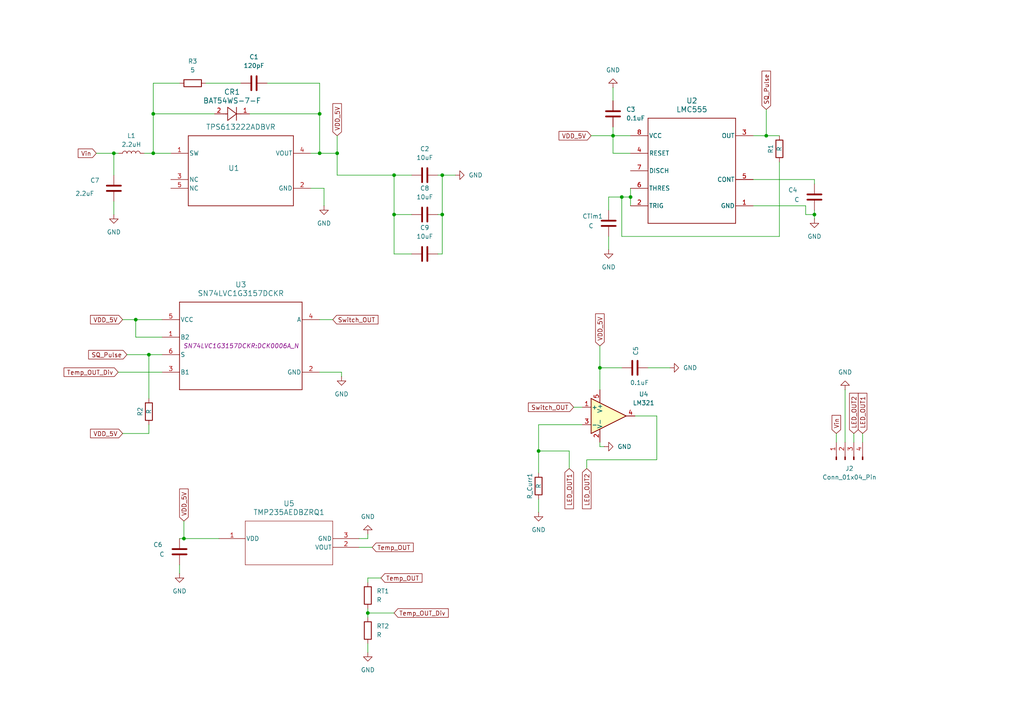
<source format=kicad_sch>
(kicad_sch (version 20231120) (generator "eeschema") (generator_version "8.0")
  (paper "A4")
  (lib_symbols
    (symbol "Amplifier_Operational:LM321" (pin_names (offset 0.127))
      (property "Reference" "U" (at 0 7.62 0))
      (property "Value" "LM321" (at 0 5.08 0))
      (symbol "LM321_0_1"
        (polyline (pts (xy -5.08 5.08) (xy 5.08 0) (xy -5.08 -5.08) (xy -5.08 5.08)) (stroke (width 0.254)) (fill (type background)))
      )
      (symbol "LM321_1_1"
        (pin input line (at -7.62 2.54 0) (length 2.54) (name "+") (number "1"))
        (pin power_in line (at -2.54 -7.62 90) (length 3.81) (name "V-") (number "2"))
        (pin input line (at -7.62 -2.54 0) (length 2.54) (name "-") (number "3"))
        (pin output line (at 7.62 0 180) (length 2.54) (name "~") (number "4"))
        (pin power_in line (at -2.54 7.62 270) (length 3.81) (name "V+") (number "5"))
      )
    )
    (symbol "BAT54WS_7_F:BAT54WS-7-F" (pin_names (offset 0.254))
      (property "Reference" "CR" (at 5.08 4.445 0))
      (property "Value" "BAT54WS-7-F" (at 5.08 -3.81 0))
      (symbol "BAT54WS-7-F_1_1"
        (polyline (pts (xy 2.54 0) (xy 3.4798 0)) (stroke (width 0.2032)))
        (polyline (pts (xy 3.175 0) (xy 3.81 0)) (stroke (width 0.2032)))
        (polyline (pts (xy 3.81 -1.905) (xy 6.35 0)) (stroke (width 0.2032)))
        (polyline (pts (xy 3.81 1.905) (xy 3.81 -1.905)) (stroke (width 0.2032)))
        (polyline (pts (xy 6.35 -1.905) (xy 6.35 1.905)) (stroke (width 0.2032)))
        (polyline (pts (xy 6.35 0) (xy 3.81 1.905)) (stroke (width 0.2032)))
        (polyline (pts (xy 6.35 0) (xy 7.62 0)) (stroke (width 0.2032)))
        (pin unspecified line (at 10.16 0 180) (length 2.54) (name "") (number "1"))
        (pin unspecified line (at 0 0 0) (length 2.54) (name "") (number "2"))
      )
      (symbol "BAT54WS-7-F_1_2"
        (polyline (pts (xy -1.905 3.81) (xy 1.905 3.81)) (stroke (width 0.2032)))
        (polyline (pts (xy 0 2.54) (xy 0 3.4798)) (stroke (width 0.2032)))
        (polyline (pts (xy 0 3.175) (xy 0 3.81)) (stroke (width 0.2032)))
        (polyline (pts (xy 0 6.35) (xy -1.905 3.81)) (stroke (width 0.2032)))
        (polyline (pts (xy 0 6.35) (xy 0 7.62)) (stroke (width 0.2032)))
        (polyline (pts (xy 1.905 3.81) (xy 0 6.35)) (stroke (width 0.2032)))
        (polyline (pts (xy 1.905 6.35) (xy -1.905 6.35)) (stroke (width 0.2032)))
        (pin unspecified line (at 0 10.16 270) (length 2.54) (name "") (number "1"))
        (pin unspecified line (at 0 0 90) (length 2.54) (name "") (number "2"))
      )
    )
    (symbol "Connector:Conn_01x04_Pin" (pin_names (offset 1.016) hide)
      (property "Reference" "J" (at 0 5.08 0))
      (property "Value" "Conn_01x04_Pin" (at 0 -7.62 0))
      (symbol "Conn_01x04_Pin_1_1"
        (polyline (pts (xy 1.27 -5.08) (xy 0.8636 -5.08)) (stroke (width 0.1524)))
        (polyline (pts (xy 1.27 -2.54) (xy 0.8636 -2.54)) (stroke (width 0.1524)))
        (polyline (pts (xy 1.27 0) (xy 0.8636 0)) (stroke (width 0.1524)))
        (polyline (pts (xy 1.27 2.54) (xy 0.8636 2.54)) (stroke (width 0.1524)))
        (rectangle (start 0.8636 -4.953) (end 0 -5.207) (stroke (width 0.1524)) (fill (type outline)))
        (rectangle (start 0.8636 -2.413) (end 0 -2.667) (stroke (width 0.1524)) (fill (type outline)))
        (rectangle (start 0.8636 0.127) (end 0 -0.127) (stroke (width 0.1524)) (fill (type outline)))
        (rectangle (start 0.8636 2.667) (end 0 2.413) (stroke (width 0.1524)) (fill (type outline)))
        (pin passive line (at 5.08 2.54 180) (length 3.81) (name "Pin_1") (number "1"))
        (pin passive line (at 5.08 0 180) (length 3.81) (name "Pin_2") (number "2"))
        (pin passive line (at 5.08 -2.54 180) (length 3.81) (name "Pin_3") (number "3"))
        (pin passive line (at 5.08 -5.08 180) (length 3.81) (name "Pin_4") (number "4"))
      )
    )
    (symbol "Device:C" (pin_numbers hide) (pin_names (offset 0.254))
      (property "Reference" "C" (at 0.635 2.54 0))
      (property "Value" "C" (at 0.635 -2.54 0))
      (symbol "C_0_1"
        (polyline (pts (xy -2.032 -0.762) (xy 2.032 -0.762)) (stroke (width 0.508)))
        (polyline (pts (xy -2.032 0.762) (xy 2.032 0.762)) (stroke (width 0.508)))
      )
      (symbol "C_1_1"
        (pin passive line (at 0 3.81 270) (length 2.794) (name "~") (number "1"))
        (pin passive line (at 0 -3.81 90) (length 2.794) (name "~") (number "2"))
      )
    )
    (symbol "Device:L" (pin_numbers hide) (pin_names (offset 1.016) hide)
      (property "Reference" "L" (at -1.27 0 90))
      (property "Value" "L" (at 1.905 0 90))
      (symbol "L_0_1"
        (arc (start 0 -2.54) (mid 0.6323 -1.905) (end 0 -1.27))
        (arc (start 0 -1.27) (mid 0.6323 -0.635) (end 0 0))
        (arc (start 0 0) (mid 0.6323 0.635) (end 0 1.27))
        (arc (start 0 1.27) (mid 0.6323 1.905) (end 0 2.54))
      )
      (symbol "L_1_1"
        (pin passive line (at 0 3.81 270) (length 1.27) (name "1") (number "1"))
        (pin passive line (at 0 -3.81 90) (length 1.27) (name "2") (number "2"))
      )
    )
    (symbol "Device:R" (pin_numbers hide) (pin_names (offset 0))
      (property "Reference" "R" (at 2.032 0 90))
      (property "Value" "R" (at 0 0 90))
      (symbol "R_0_1"
        (rectangle (start -1.016 -2.54) (end 1.016 2.54) (stroke (width 0.254)))
      )
      (symbol "R_1_1"
        (pin passive line (at 0 3.81 270) (length 1.27) (name "~") (number "1"))
        (pin passive line (at 0 -3.81 90) (length 1.27) (name "~") (number "2"))
      )
    )
    (symbol "LMC555:LMC555CMX_NOPB" (pin_names (offset 0.254))
      (property "Reference" "U" (at 0 2.54 0))
      (property "Value" "LMC555CMX/NOPB" (at 0 0 0))
      (symbol "LMC555CMX_NOPB_0_1"
        (polyline (pts (xy -12.7 -15.24) (xy 12.7 -15.24)) (stroke (width 0.2032)))
        (polyline (pts (xy -12.7 15.24) (xy -12.7 -15.24)) (stroke (width 0.2032)))
        (polyline (pts (xy 12.7 -15.24) (xy 12.7 15.24)) (stroke (width 0.2032)))
        (polyline (pts (xy 12.7 15.24) (xy -12.7 15.24)) (stroke (width 0.2032)))
        (pin power_in line (at 17.78 -10.16 180) (length 5.08) (name "GND") (number "1"))
        (pin input line (at -17.78 -10.16 0) (length 5.08) (name "TRIG") (number "2"))
        (pin output line (at 17.78 10.16 180) (length 5.08) (name "OUT") (number "3"))
        (pin input line (at -17.78 5.08 0) (length 5.08) (name "RESET") (number "4"))
        (pin input line (at 17.78 -2.54 180) (length 5.08) (name "CONT") (number "5"))
        (pin input line (at -17.78 -5.08 0) (length 5.08) (name "THRES") (number "6"))
        (pin output line (at -17.78 0 0) (length 5.08) (name "DISCH") (number "7"))
        (pin power_in line (at -17.78 10.16 0) (length 5.08) (name "VCC") (number "8"))
      )
    )
    (symbol "SN74LVC1G3157DCKR:SN74LVC1G3157DCKR" (pin_names (offset 0.254))
      (property "Reference" "U" (at 0 2.54 0))
      (property "Value" "SN74LVC1G3157DCKR" (at 0 0 0))
      (symbol "SN74LVC1G3157DCKR_0_1"
        (polyline (pts (xy -17.78 -12.7) (xy 17.78 -12.7)) (stroke (width 0.2032)))
        (polyline (pts (xy -17.78 12.7) (xy -17.78 -12.7)) (stroke (width 0.2032)))
        (polyline (pts (xy 17.78 -12.7) (xy 17.78 12.7)) (stroke (width 0.2032)))
        (polyline (pts (xy 17.78 12.7) (xy -17.78 12.7)) (stroke (width 0.2032)))
        (pin input line (at -22.86 2.54 0) (length 5.08) (name "B2") (number "1"))
        (pin power_in line (at 22.86 -7.62 180) (length 5.08) (name "GND") (number "2"))
        (pin input line (at -22.86 -7.62 0) (length 5.08) (name "B1") (number "3"))
        (pin output line (at 22.86 7.62 180) (length 5.08) (name "A") (number "4"))
        (pin power_in line (at -22.86 7.62 0) (length 5.08) (name "VCC") (number "5"))
        (pin input line (at -22.86 -2.54 0) (length 5.08) (name "S") (number "6"))
      )
    )
    (symbol "TMP235:TMP235AEDBZRQ1" (pin_names (offset 0.254))
      (property "Reference" "U" (at 20.32 10.16 0))
      (property "Value" "TMP235AEDBZRQ1" (at 20.32 7.62 0))
      (symbol "TMP235AEDBZRQ1_0_1"
        (polyline (pts (xy 7.62 -7.62) (xy 33.02 -7.62)) (stroke (width 0.127)))
        (polyline (pts (xy 7.62 5.08) (xy 7.62 -7.62)) (stroke (width 0.127)))
        (polyline (pts (xy 33.02 -7.62) (xy 33.02 5.08)) (stroke (width 0.127)))
        (polyline (pts (xy 33.02 5.08) (xy 7.62 5.08)) (stroke (width 0.127)))
        (pin power_in line (at 0 0 0) (length 7.62) (name "VDD") (number "1"))
        (pin output line (at 40.64 -2.54 180) (length 7.62) (name "VOUT") (number "2"))
        (pin power_out line (at 40.64 0 180) (length 7.62) (name "GND") (number "3"))
      )
    )
    (symbol "TPS613222ADBVR:TPS613222ADBVR" (pin_names (offset 0.254))
      (property "Reference" "U" (at 0 2.54 0))
      (property "Value" "TPS613222ADBVR" (at 0 0 0))
      (symbol "TPS613222ADBVR_0_1"
        (polyline (pts (xy -15.24 -10.16) (xy 15.24 -10.16)) (stroke (width 0.2032)))
        (polyline (pts (xy -15.24 10.16) (xy -15.24 -10.16)) (stroke (width 0.2032)))
        (polyline (pts (xy 15.24 -10.16) (xy 15.24 10.16)) (stroke (width 0.2032)))
        (polyline (pts (xy 15.24 10.16) (xy -15.24 10.16)) (stroke (width 0.2032)))
        (pin power_in line (at -20.32 5.08 0) (length 5.08) (name "SW") (number "1"))
        (pin power_in line (at 20.32 -5.08 180) (length 5.08) (name "GND") (number "2"))
        (pin unspecified line (at -20.32 -2.54 0) (length 5.08) (name "NC") (number "3"))
        (pin power_in line (at 20.32 5.08 180) (length 5.08) (name "VOUT") (number "4"))
        (pin unspecified line (at -20.32 -5.08 0) (length 5.08) (name "NC") (number "5"))
      )
    )
    (symbol "power:GND" (power) (pin_numbers hide) (pin_names (offset 0) hide)
      (property "Value" "GND" (at 0 -3.81 0))
      (symbol "GND_0_1"
        (polyline (pts (xy 0 0) (xy 0 -1.27) (xy 1.27 -1.27) (xy 0 -2.54) (xy -1.27 -1.27) (xy 0 -1.27)))
      )
      (symbol "GND_1_1"
        (pin power_in line (at 0 0 270) (length 0) (name "~") (number "1"))
      )
    )
  )
  (junction (at 222.25 39.37))
  (junction (at 182.88 57.15))
  (junction (at 39.37 92.71))
  (junction (at 92.71 33.02))
  (junction (at 44.45 33.02))
  (junction (at 114.3 50.8))
  (junction (at 236.22 62.23))
  (junction (at 128.27 50.8))
  (junction (at 53.34 156.21))
  (junction (at 177.8 39.37))
  (junction (at 114.3 62.23))
  (junction (at 44.45 44.45))
  (junction (at 128.27 62.23))
  (junction (at 97.79 44.45))
  (junction (at 180.34 57.15))
  (junction (at 33.02 44.45))
  (junction (at 173.99 106.68))
  (junction (at 156.21 130.81))
  (junction (at 106.68 177.8))
  (junction (at 43.18 102.87))
  (junction (at 92.71 44.45))
  (wire (pts (xy 99.06 109.22) (xy 99.06 107.95)))
  (wire (pts (xy 110.49 167.64) (xy 106.68 167.64)))
  (wire (pts (xy 177.8 39.37) (xy 182.88 39.37)))
  (wire (pts (xy 93.98 59.69) (xy 93.98 54.61)))
  (wire (pts (xy 106.68 156.21) (xy 104.14 156.21)))
  (wire (pts (xy 170.18 135.89) (xy 170.18 133.35)))
  (wire (pts (xy 218.44 59.69) (xy 233.68 59.69)))
  (wire (pts (xy 176.53 57.15) (xy 176.53 60.96)))
  (wire (pts (xy 52.07 163.83) (xy 52.07 166.37)))
  (wire (pts (xy 106.68 177.8) (xy 106.68 179.07)))
  (wire (pts (xy 106.68 177.8) (xy 114.3 177.8)))
  (wire (pts (xy 175.26 129.54) (xy 173.99 129.54)))
  (wire (pts (xy 44.45 44.45) (xy 49.53 44.45)))
  (wire (pts (xy 128.27 62.23) (xy 128.27 50.8)))
  (wire (pts (xy 106.68 154.94) (xy 106.68 156.21)))
  (wire (pts (xy 177.8 44.45) (xy 177.8 39.37)))
  (wire (pts (xy 46.99 97.79) (xy 39.37 97.79)))
  (wire (pts (xy 166.37 118.11) (xy 168.91 118.11)))
  (wire (pts (xy 176.53 68.58) (xy 176.53 72.39)))
  (wire (pts (xy 128.27 50.8) (xy 132.08 50.8)))
  (wire (pts (xy 72.39 33.02) (xy 92.71 33.02)))
  (wire (pts (xy 182.88 44.45) (xy 177.8 44.45)))
  (wire (pts (xy 233.68 59.69) (xy 233.68 62.23)))
  (wire (pts (xy 173.99 106.68) (xy 173.99 113.03)))
  (wire (pts (xy 114.3 62.23) (xy 114.3 50.8)))
  (wire (pts (xy 156.21 130.81) (xy 156.21 137.16)))
  (wire (pts (xy 106.68 167.64) (xy 106.68 168.91)))
  (wire (pts (xy 182.88 57.15) (xy 182.88 59.69)))
  (wire (pts (xy 233.68 62.23) (xy 236.22 62.23)))
  (wire (pts (xy 245.11 113.03) (xy 245.11 128.27)))
  (wire (pts (xy 187.96 106.68) (xy 194.31 106.68)))
  (wire (pts (xy 222.25 31.75) (xy 222.25 39.37)))
  (wire (pts (xy 119.38 62.23) (xy 114.3 62.23)))
  (wire (pts (xy 226.06 46.99) (xy 226.06 68.58)))
  (wire (pts (xy 53.34 156.21) (xy 63.5 156.21)))
  (wire (pts (xy 165.1 130.81) (xy 165.1 135.89)))
  (wire (pts (xy 222.25 39.37) (xy 226.06 39.37)))
  (wire (pts (xy 39.37 92.71) (xy 46.99 92.71)))
  (wire (pts (xy 182.88 54.61) (xy 182.88 57.15)))
  (wire (pts (xy 170.18 133.35) (xy 190.5 133.35)))
  (wire (pts (xy 27.94 44.45) (xy 33.02 44.45)))
  (wire (pts (xy 33.02 50.8) (xy 33.02 44.45)))
  (wire (pts (xy 242.57 125.73) (xy 242.57 128.27)))
  (wire (pts (xy 177.8 25.4) (xy 177.8 29.21)))
  (wire (pts (xy 156.21 144.78) (xy 156.21 148.59)))
  (wire (pts (xy 44.45 24.13) (xy 44.45 33.02)))
  (wire (pts (xy 218.44 39.37) (xy 222.25 39.37)))
  (wire (pts (xy 59.69 24.13) (xy 69.85 24.13)))
  (wire (pts (xy 127 73.66) (xy 128.27 73.66)))
  (wire (pts (xy 39.37 97.79) (xy 39.37 92.71)))
  (wire (pts (xy 52.07 156.21) (xy 53.34 156.21)))
  (wire (pts (xy 36.83 102.87) (xy 43.18 102.87)))
  (wire (pts (xy 173.99 106.68) (xy 180.34 106.68)))
  (wire (pts (xy 35.56 125.73) (xy 43.18 125.73)))
  (wire (pts (xy 43.18 102.87) (xy 43.18 115.57)))
  (wire (pts (xy 171.45 39.37) (xy 177.8 39.37)))
  (wire (pts (xy 92.71 92.71) (xy 96.52 92.71)))
  (wire (pts (xy 53.34 151.13) (xy 53.34 156.21)))
  (wire (pts (xy 165.1 130.81) (xy 156.21 130.81)))
  (wire (pts (xy 33.02 44.45) (xy 34.29 44.45)))
  (wire (pts (xy 176.53 57.15) (xy 180.34 57.15)))
  (wire (pts (xy 43.18 125.73) (xy 43.18 123.19)))
  (wire (pts (xy 92.71 24.13) (xy 92.71 33.02)))
  (wire (pts (xy 236.22 62.23) (xy 236.22 63.5)))
  (wire (pts (xy 190.5 133.35) (xy 190.5 120.65)))
  (wire (pts (xy 34.29 107.95) (xy 46.99 107.95)))
  (wire (pts (xy 173.99 129.54) (xy 173.99 128.27)))
  (wire (pts (xy 173.99 100.33) (xy 173.99 106.68)))
  (wire (pts (xy 35.56 92.71) (xy 39.37 92.71)))
  (wire (pts (xy 156.21 123.19) (xy 156.21 130.81)))
  (wire (pts (xy 97.79 50.8) (xy 97.79 44.45)))
  (wire (pts (xy 44.45 33.02) (xy 44.45 44.45)))
  (wire (pts (xy 43.18 102.87) (xy 46.99 102.87)))
  (wire (pts (xy 92.71 107.95) (xy 99.06 107.95)))
  (wire (pts (xy 106.68 176.53) (xy 106.68 177.8)))
  (wire (pts (xy 41.91 44.45) (xy 44.45 44.45)))
  (wire (pts (xy 106.68 186.69) (xy 106.68 189.23)))
  (wire (pts (xy 127 50.8) (xy 128.27 50.8)))
  (wire (pts (xy 156.21 123.19) (xy 168.91 123.19)))
  (wire (pts (xy 97.79 50.8) (xy 114.3 50.8)))
  (wire (pts (xy 180.34 57.15) (xy 182.88 57.15)))
  (wire (pts (xy 247.65 125.73) (xy 247.65 128.27)))
  (wire (pts (xy 190.5 120.65) (xy 184.15 120.65)))
  (wire (pts (xy 226.06 68.58) (xy 180.34 68.58)))
  (wire (pts (xy 114.3 73.66) (xy 114.3 62.23)))
  (wire (pts (xy 177.8 36.83) (xy 177.8 39.37)))
  (wire (pts (xy 92.71 33.02) (xy 92.71 44.45)))
  (wire (pts (xy 93.98 54.61) (xy 90.17 54.61)))
  (wire (pts (xy 52.07 24.13) (xy 44.45 24.13)))
  (wire (pts (xy 127 62.23) (xy 128.27 62.23)))
  (wire (pts (xy 250.19 125.73) (xy 250.19 128.27)))
  (wire (pts (xy 77.47 24.13) (xy 92.71 24.13)))
  (wire (pts (xy 236.22 53.34) (xy 236.22 52.07)))
  (wire (pts (xy 90.17 44.45) (xy 92.71 44.45)))
  (wire (pts (xy 218.44 52.07) (xy 236.22 52.07)))
  (wire (pts (xy 92.71 44.45) (xy 97.79 44.45)))
  (wire (pts (xy 114.3 50.8) (xy 119.38 50.8)))
  (wire (pts (xy 180.34 68.58) (xy 180.34 57.15)))
  (wire (pts (xy 119.38 73.66) (xy 114.3 73.66)))
  (wire (pts (xy 236.22 60.96) (xy 236.22 62.23)))
  (wire (pts (xy 44.45 33.02) (xy 62.23 33.02)))
  (wire (pts (xy 104.14 158.75) (xy 107.95 158.75)))
  (wire (pts (xy 97.79 39.37) (xy 97.79 44.45)))
  (wire (pts (xy 33.02 58.42) (xy 33.02 62.23)))
  (wire (pts (xy 128.27 73.66) (xy 128.27 62.23)))
  (global_label "VDD_5V" (shape input) (at 35.56 92.71 180) (property "Intersheetrefs" "${INTERSHEET_REFS}" (effects (hide yes))))
  (global_label "LED_OUT2" (shape input) (at 247.65 125.73 90) (property "Intersheetrefs" "${INTERSHEET_REFS}" (effects (hide yes))))
  (global_label "LED_OUT1" (shape input) (at 250.19 125.73 90) (property "Intersheetrefs" "${INTERSHEET_REFS}" (effects (hide yes))))
  (global_label "SQ_Pulse" (shape input) (at 222.25 31.75 90) (property "Intersheetrefs" "${INTERSHEET_REFS}" (effects (hide yes))))
  (global_label "LED_OUT1" (shape input) (at 165.1 135.89 270) (property "Intersheetrefs" "${INTERSHEET_REFS}" (effects (hide yes))))
  (global_label "VDD_5V" (shape input) (at 171.45 39.37 180) (property "Intersheetrefs" "${INTERSHEET_REFS}" (effects (hide yes))))
  (global_label "Vin" (shape input) (at 27.94 44.45 180) (property "Intersheetrefs" "${INTERSHEET_REFS}" (effects (hide yes))))
  (global_label "SQ_Pulse" (shape input) (at 36.83 102.87 180) (property "Intersheetrefs" "${INTERSHEET_REFS}" (effects (hide yes))))
  (global_label "Temp_OUT_Div" (shape input) (at 114.3 177.8 0) (property "Intersheetrefs" "${INTERSHEET_REFS}" (effects (hide yes))))
  (global_label "VDD_5V" (shape input) (at 173.99 100.33 90) (property "Intersheetrefs" "${INTERSHEET_REFS}" (effects (hide yes))))
  (global_label "Switch_OUT" (shape input) (at 166.37 118.11 180) (property "Intersheetrefs" "${INTERSHEET_REFS}" (effects (hide yes))))
  (global_label "Temp_OUT_Div" (shape input) (at 34.29 107.95 180) (property "Intersheetrefs" "${INTERSHEET_REFS}" (effects (hide yes))))
  (global_label "Temp_OUT" (shape input) (at 110.49 167.64 0) (property "Intersheetrefs" "${INTERSHEET_REFS}" (effects (hide yes))))
  (global_label "VDD_5V" (shape input) (at 35.56 125.73 180) (property "Intersheetrefs" "${INTERSHEET_REFS}" (effects (hide yes))))
  (global_label "VDD_5V" (shape input) (at 97.79 39.37 90) (property "Intersheetrefs" "${INTERSHEET_REFS}" (effects (hide yes))))
  (global_label "VDD_5V" (shape input) (at 53.34 151.13 90) (property "Intersheetrefs" "${INTERSHEET_REFS}" (effects (hide yes))))
  (global_label "Vin" (shape input) (at 242.57 125.73 90) (property "Intersheetrefs" "${INTERSHEET_REFS}" (effects (hide yes))))
  (global_label "Temp_OUT" (shape input) (at 107.95 158.75 0) (property "Intersheetrefs" "${INTERSHEET_REFS}" (effects (hide yes))))
  (global_label "LED_OUT2" (shape input) (at 170.18 135.89 270) (property "Intersheetrefs" "${INTERSHEET_REFS}" (effects (hide yes))))
  (global_label "Switch_OUT" (shape input) (at 96.52 92.71 0) (property "Intersheetrefs" "${INTERSHEET_REFS}" (effects (hide yes))))
  (symbol (lib_id "Device:C") (at 176.53 64.77 180) (unit 1)
    (property "Reference" "CTim1" (at 168.91 62.738 0) (effects (justify right)))
    (property "Value" "C" (at 170.688 65.532 0) (effects (justify right)))
    (property "Footprint" "Capacitor_SMD:C_0603_1608Metric" (effects (hide yes)))
    (property "Description" "Unpolarized capacitor" (effects (hide yes)))
  )
  (symbol (lib_id "power:GND") (at 106.68 154.94 180) (unit 1)
    (property "Reference" "#PWR011" (effects (hide yes)))
    (property "Value" "GND" (at 106.68 149.86 0))
    (property "Description" "Power symbol creates a global label with name \"GND\" , ground" (effects (hide yes)))
  )
  (symbol (lib_id "power:GND") (at 52.07 166.37 0) (unit 1)
    (property "Reference" "#PWR010" (effects (hide yes)))
    (property "Value" "GND" (at 52.07 171.45 0))
    (property "Description" "Power symbol creates a global label with name \"GND\" , ground" (effects (hide yes)))
  )
  (symbol (lib_id "power:GND") (at 99.06 109.22 0) (unit 1)
    (property "Reference" "#PWR06" (effects (hide yes)))
    (property "Value" "GND" (at 99.06 114.3 0))
    (property "Description" "Power symbol creates a global label with name \"GND\" , ground" (effects (hide yes)))
  )
  (symbol (lib_id "power:GND") (at 236.22 63.5 0) (unit 1)
    (property "Reference" "#PWR05" (effects (hide yes)))
    (property "Value" "GND" (at 236.22 68.58 0))
    (property "Description" "Power symbol creates a global label with name \"GND\" , ground" (effects (hide yes)))
  )
  (symbol (lib_id "TPS613222ADBVR:TPS613222ADBVR") (at 69.85 49.53 0) (unit 1)
    (property "Reference" "U1" (at 67.818 48.768 0) (effects (font (size 1.524 1.524))))
    (property "Value" "TPS613222ADBVR" (at 69.85 36.83 0) (effects (font (size 1.524 1.524))))
    (property "Footprint" "TPS613222ADBVR:DBV0005A_N" (effects (hide yes)))
    (property "Datasheet" "TPS613222ADBVR" (effects (hide yes)))
  )
  (symbol (lib_id "power:GND") (at 132.08 50.8 90) (unit 1)
    (property "Reference" "#PWR02" (effects (hide yes)))
    (property "Value" "GND" (at 135.89 50.7999 90) (effects (justify right)))
    (property "Description" "Power symbol creates a global label with name \"GND\" , ground" (effects (hide yes)))
  )
  (symbol (lib_id "Device:R") (at 106.68 182.88 0) (unit 1)
    (property "Reference" "RT2" (at 109.22 181.6099 0) (effects (justify left)))
    (property "Value" "R" (at 109.22 184.1499 0) (effects (justify left)))
    (property "Footprint" "Resistor_SMD:R_0603_1608Metric" (effects (hide yes)))
    (property "Description" "Resistor" (effects (hide yes)))
  )
  (symbol (lib_id "Device:R") (at 55.88 24.13 90) (unit 1)
    (property "Reference" "R3" (at 55.88 17.78 90))
    (property "Value" "5" (at 55.88 20.32 90))
    (property "Footprint" "Capacitor_SMD:C_0603_1608Metric" (effects (hide yes)))
    (property "Description" "Resistor" (effects (hide yes)))
  )
  (symbol (lib_id "Amplifier_Operational:LM321") (at 176.53 120.65 0) (unit 1)
    (property "Reference" "U4" (at 186.69 114.3314 0))
    (property "Value" "LM321" (at 186.69 116.8714 0))
    (property "Footprint" "Package_TO_SOT_SMD:SOT-23-5" (effects (hide yes)))
    (property "Datasheet" "http://www.ti.com/lit/ds/symlink/lm321.pdf" (effects (hide yes)))
    (property "Description" "Low Power Single Operational Amplifier, SOT-23-5" (effects (hide yes)))
  )
  (symbol (lib_id "Device:C") (at 73.66 24.13 90) (unit 1)
    (property "Reference" "C1" (at 73.66 16.51 90))
    (property "Value" "120pF" (at 73.66 19.05 90))
    (property "Footprint" "Capacitor_SMD:C_0603_1608Metric" (effects (hide yes)))
    (property "Description" "Unpolarized capacitor" (effects (hide yes)))
  )
  (symbol (lib_id "power:GND") (at 33.02 62.23 0) (unit 1)
    (property "Reference" "#PWR01" (effects (hide yes)))
    (property "Value" "GND" (at 33.02 67.31 0))
    (property "Description" "Power symbol creates a global label with name \"GND\" , ground" (effects (hide yes)))
  )
  (symbol (lib_id "Device:R") (at 106.68 172.72 0) (unit 1)
    (property "Reference" "RT1" (at 109.22 171.4499 0) (effects (justify left)))
    (property "Value" "R" (at 109.22 173.9899 0) (effects (justify left)))
    (property "Footprint" "Resistor_SMD:R_0603_1608Metric" (effects (hide yes)))
    (property "Description" "Resistor" (effects (hide yes)))
  )
  (symbol (lib_id "Connector:Conn_01x04_Pin") (at 245.11 133.35 90) (unit 1)
    (property "Reference" "J2" (at 246.38 135.89 90))
    (property "Value" "Conn_01x04_Pin" (at 246.38 138.43 90))
    (property "Footprint" "Connector_PinHeader_2.54mm:PinHeader_1x04_P2.54mm_Vertical" (effects (hide yes)))
    (property "Description" "Generic connector, single row, 01x04, script generated" (effects (hide yes)))
  )
  (symbol (lib_id "LMC555:LMC555CMX_NOPB") (at 200.66 49.53 0) (unit 1)
    (property "Reference" "U2" (at 200.66 29.21 0) (effects (font (size 1.524 1.524))))
    (property "Value" "LMC555" (at 200.66 31.75 0) (effects (font (size 1.524 1.524))))
    (property "Footprint" "LMC555:D0008A_M" (effects (hide yes)))
    (property "Datasheet" "LMC555CMX/NOPB" (effects (hide yes)))
  )
  (symbol (lib_id "Device:C") (at 184.15 106.68 270) (unit 1)
    (property "Reference" "C5" (at 184.404 103.124 0) (effects (justify right)))
    (property "Value" "0.1uF" (at 188.214 110.998 90) (effects (justify right)))
    (property "Footprint" "Capacitor_SMD:C_0603_1608Metric" (effects (hide yes)))
    (property "Description" "Unpolarized capacitor" (effects (hide yes)))
  )
  (symbol (lib_id "power:GND") (at 194.31 106.68 90) (unit 1)
    (property "Reference" "#PWR012" (effects (hide yes)))
    (property "Value" "GND" (at 198.12 106.6799 90) (effects (justify right)))
    (property "Description" "Power symbol creates a global label with name \"GND\" , ground" (effects (hide yes)))
  )
  (symbol (lib_id "Device:C") (at 123.19 62.23 90) (unit 1)
    (property "Reference" "C8" (at 123.19 54.61 90))
    (property "Value" "10uF" (at 123.19 57.15 90))
    (property "Footprint" "Capacitor_SMD:C_0603_1608Metric" (effects (hide yes)))
    (property "Description" "Unpolarized capacitor" (effects (hide yes)))
  )
  (symbol (lib_id "Device:C") (at 123.19 73.66 90) (unit 1)
    (property "Reference" "C9" (at 123.19 66.04 90))
    (property "Value" "10uF" (at 123.19 68.58 90))
    (property "Footprint" "Capacitor_SMD:C_0603_1608Metric" (effects (hide yes)))
    (property "Description" "Unpolarized capacitor" (effects (hide yes)))
  )
  (symbol (lib_id "Device:L") (at 38.1 44.45 90) (unit 1)
    (property "Reference" "L1" (at 38.1 39.37 90))
    (property "Value" "2.2uH" (at 38.1 41.91 90))
    (property "Footprint" "Inductor_SMD:L_1008_2520Metric_Pad1.43x2.20mm_HandSolder" (effects (hide yes)))
    (property "Description" "Inductor" (effects (hide yes)))
  )
  (symbol (lib_id "Device:R") (at 156.21 140.97 180) (unit 1)
    (property "Reference" "R_Curr1" (at 153.67 140.97 90))
    (property "Value" "R" (at 156.21 140.97 90))
    (property "Footprint" "Resistor_SMD:R_0603_1608Metric" (effects (hide yes)))
    (property "Description" "Resistor" (effects (hide yes)))
  )
  (symbol (lib_id "BAT54WS_7_F:BAT54WS-7-F") (at 62.23 33.02 0) (unit 1)
    (property "Reference" "CR1" (at 67.31 26.67 0) (effects (font (size 1.524 1.524))))
    (property "Value" "BAT54WS-7-F" (at 67.31 29.21 0) (effects (font (size 1.524 1.524))))
    (property "Footprint" "BAT54WS_7_F:SOD323_DIO-M" (effects (hide yes)))
    (property "Datasheet" "BAT54WS-7-F" (effects (hide yes)))
  )
  (symbol (lib_id "power:GND") (at 245.11 113.03 180) (unit 1)
    (property "Reference" "#PWR09" (effects (hide yes)))
    (property "Value" "GND" (at 245.11 107.95 0))
    (property "Description" "Power symbol creates a global label with name \"GND\" , ground" (effects (hide yes)))
  )
  (symbol (lib_id "Device:C") (at 52.07 160.02 180) (unit 1)
    (property "Reference" "C6" (at 44.45 157.988 0) (effects (justify right)))
    (property "Value" "C" (at 46.228 160.782 0) (effects (justify right)))
    (property "Footprint" "Capacitor_SMD:C_0603_1608Metric" (effects (hide yes)))
    (property "Description" "Unpolarized capacitor" (effects (hide yes)))
  )
  (symbol (lib_id "Device:R") (at 226.06 43.18 180) (unit 1)
    (property "Reference" "R1" (at 223.52 43.18 90))
    (property "Value" "R" (at 226.06 43.18 90))
    (property "Footprint" "Resistor_SMD:R_0603_1608Metric" (effects (hide yes)))
    (property "Description" "Resistor" (effects (hide yes)))
  )
  (symbol (lib_id "power:GND") (at 106.68 189.23 0) (unit 1)
    (property "Reference" "#PWR014" (effects (hide yes)))
    (property "Value" "GND" (at 106.68 194.31 0))
    (property "Description" "Power symbol creates a global label with name \"GND\" , ground" (effects (hide yes)))
  )
  (symbol (lib_id "Device:C") (at 33.02 54.61 180) (unit 1)
    (property "Reference" "C7" (at 26.162 52.324 0) (effects (justify right)))
    (property "Value" "2.2uF" (at 21.844 56.134 0) (effects (justify right)))
    (property "Footprint" "Capacitor_SMD:C_0603_1608Metric" (effects (hide yes)))
    (property "Description" "Unpolarized capacitor" (effects (hide yes)))
  )
  (symbol (lib_id "Device:C") (at 177.8 33.02 180) (unit 1)
    (property "Reference" "C3" (at 181.61 31.7499 0) (effects (justify right)))
    (property "Value" "0.1uF" (at 181.61 34.2899 0) (effects (justify right)))
    (property "Footprint" "Capacitor_SMD:C_0603_1608Metric" (effects (hide yes)))
    (property "Description" "Unpolarized capacitor" (effects (hide yes)))
  )
  (symbol (lib_id "Device:R") (at 43.18 119.38 180) (unit 1)
    (property "Reference" "R2" (at 40.64 119.38 90))
    (property "Value" "R" (at 43.18 119.38 90))
    (property "Footprint" "Resistor_SMD:R_0603_1608Metric" (effects (hide yes)))
    (property "Description" "Resistor" (effects (hide yes)))
  )
  (symbol (lib_id "power:GND") (at 175.26 129.54 90) (unit 1)
    (property "Reference" "#PWR07" (effects (hide yes)))
    (property "Value" "GND" (at 179.07 129.5399 90) (effects (justify right)))
    (property "Description" "Power symbol creates a global label with name \"GND\" , ground" (effects (hide yes)))
  )
  (symbol (lib_id "power:GND") (at 176.53 72.39 0) (unit 1)
    (property "Reference" "#PWR04" (effects (hide yes)))
    (property "Value" "GND" (at 176.53 77.47 0))
    (property "Description" "Power symbol creates a global label with name \"GND\" , ground" (effects (hide yes)))
  )
  (symbol (lib_id "Device:C") (at 236.22 57.15 180) (unit 1)
    (property "Reference" "C4" (at 228.6 55.118 0) (effects (justify right)))
    (property "Value" "C" (at 230.378 57.912 0) (effects (justify right)))
    (property "Footprint" "Capacitor_SMD:C_0603_1608Metric" (effects (hide yes)))
    (property "Description" "Unpolarized capacitor" (effects (hide yes)))
  )
  (symbol (lib_id "SN74LVC1G3157DCKR:SN74LVC1G3157DCKR") (at 69.85 100.33 0) (unit 1)
    (property "Reference" "U3" (at 69.85 82.55 0) (effects (font (size 1.524 1.524))))
    (property "Value" "SN74LVC1G3157DCKR" (at 69.85 85.09 0) (effects (font (size 1.524 1.524))))
    (property "Footprint" "SN74LVC1G3157DCKR:DCK0006A_N" (at 69.85 100.33 0) (effects (font (italic yes))))
    (property "Datasheet" "SN74LVC1G3157DCKR" (effects (hide yes)))
  )
  (symbol (lib_id "power:GND") (at 156.21 148.59 0) (unit 1)
    (property "Reference" "#PWR08" (effects (hide yes)))
    (property "Value" "GND" (at 156.21 153.67 0))
    (property "Description" "Power symbol creates a global label with name \"GND\" , ground" (effects (hide yes)))
  )
  (symbol (lib_id "power:GND") (at 177.8 25.4 180) (unit 1)
    (property "Reference" "#PWR03" (effects (hide yes)))
    (property "Value" "GND" (at 177.8 20.32 0))
    (property "Description" "Power symbol creates a global label with name \"GND\" , ground" (effects (hide yes)))
  )
  (symbol (lib_id "power:GND") (at 93.98 59.69 0) (unit 1)
    (property "Reference" "#PWR013" (effects (hide yes)))
    (property "Value" "GND" (at 93.98 64.77 0))
    (property "Description" "Power symbol creates a global label with name \"GND\" , ground" (effects (hide yes)))
  )
  (symbol (lib_id "Device:C") (at 123.19 50.8 90) (unit 1)
    (property "Reference" "C2" (at 123.19 43.18 90))
    (property "Value" "10uF" (at 123.19 45.72 90))
    (property "Footprint" "Capacitor_SMD:C_0603_1608Metric" (effects (hide yes)))
    (property "Description" "Unpolarized capacitor" (effects (hide yes)))
  )
  (symbol (lib_id "TMP235:TMP235AEDBZRQ1") (at 63.5 156.21 0) (unit 1)
    (property "Reference" "U5" (at 83.82 146.05 0) (effects (font (size 1.524 1.524))))
    (property "Value" "TMP235AEDBZRQ1" (at 83.82 148.59 0) (effects (font (size 1.524 1.524))))
    (property "Footprint" "TMP235:SOT-23_DBZ_TEX-M" (effects (hide yes)))
    (property "Datasheet" "TMP235AEDBZRQ1" (effects (hide yes)))
  )
)
</source>
